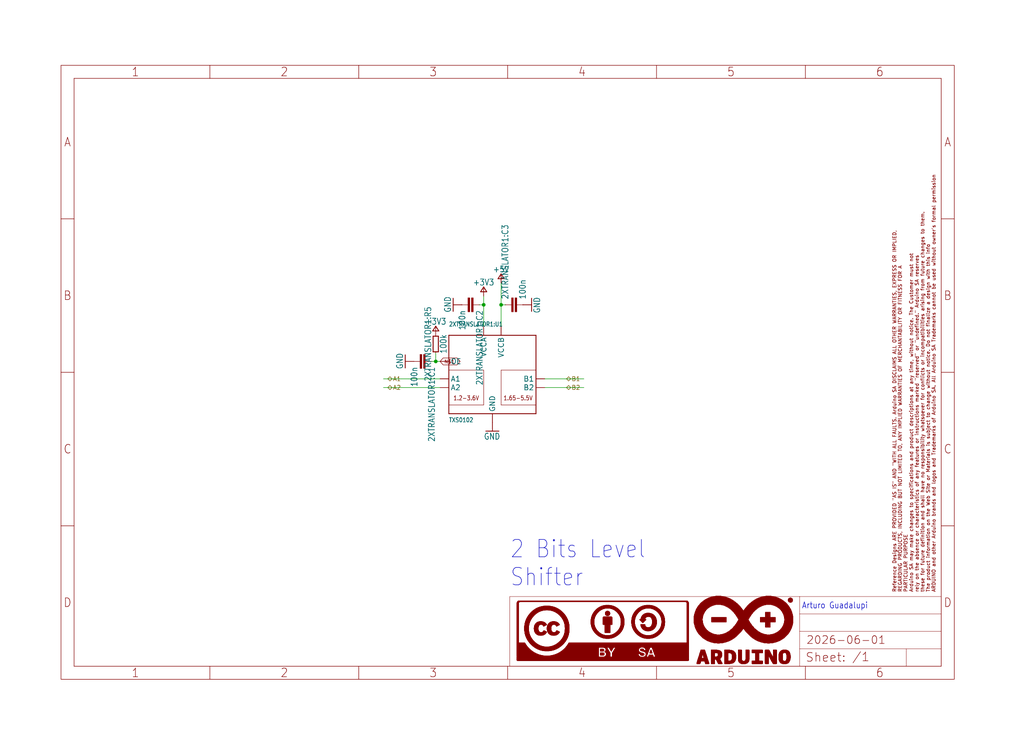
<source format=kicad_sch>
(kicad_sch (version 20250114) (generator "eeschema") (generator_version "9.0")
  (paper "User" 298.45 217.322)
  (lib_symbols
    (symbol "UNOWiFiREV2V4.0-eagle-import:+3V3" (power)
      (symbol "+3V3_1_0"
        (pin power_in line (at 0 -2.54 90) (length 2.54) (name "+3V3") (number "1"))
      )
    )
    (symbol "UNOWiFiREV2V4.0-eagle-import:+5V" (power)
      (symbol "+5V_1_0"
        (pin power_in line (at 0 -2.54 90) (length 2.54) (name "+5V") (number "1"))
      )
    )
    (symbol "UNOWiFiREV2V4.0-eagle-import:A4L-LOC"
      (symbol "A4L-LOC_1_0"
        (text "A" (at 1.905 156.6863 0) (effects (font (size 2.54 2.286))))
        (text "B" (at 1.905 111.9188 0) (effects (font (size 2.54 2.286))))
        (text "C" (at 1.905 67.1513 0) (effects (font (size 2.54 2.286))))
        (text "D" (at 1.905 22.3838 0) (effects (font (size 2.54 2.286))))
        (text "1" (at 21.6958 177.165 0) (effects (font (size 2.54 2.286))))
        (text "1" (at 21.6958 1.905 0) (effects (font (size 2.54 2.286))))
        (text "2" (at 65.0875 177.165 0) (effects (font (size 2.54 2.286))))
        (text "2" (at 65.0875 1.905 0) (effects (font (size 2.54 2.286))))
        (text "3" (at 108.4792 177.165 0) (effects (font (size 2.54 2.286))))
        (text "3" (at 108.4792 1.905 0) (effects (font (size 2.54 2.286))))
        (text "4" (at 151.8708 177.165 0) (effects (font (size 2.54 2.286))))
        (text "4" (at 151.8708 1.905 0) (effects (font (size 2.54 2.286))))
        (text "5" (at 195.2625 177.165 0) (effects (font (size 2.54 2.286))))
        (text "5" (at 195.2625 1.905 0) (effects (font (size 2.54 2.286))))
        (text "Sheet:" (at 216.916 4.953 0) (effects (font (size 2.54 2.54)) (justify left bottom)))
        (text "${PROJECTNAME}" (at 217.17 15.24 0) (effects (font (size 2.54 2.54)) (justify left bottom)))
        (text "${CURRENT_DATE}" (at 217.17 10.16 0) (effects (font (size 2.286 2.286)) (justify left bottom)))
        (text "${#}/${##}" (at 230.505 5.08 0) (effects (font (size 2.54 2.54)) (justify left bottom)))
        (text "6" (at 238.6542 177.165 0) (effects (font (size 2.54 2.286))))
        (text "6" (at 238.6542 1.905 0) (effects (font (size 2.54 2.286))))
        (text "Reference Designs ARE PROVIDED \"AS IS\" AND \"WITH ALL FAULTS. Arduino SA DISCLAIMS ALL OTHER WARRANTIES, EXPRESS OR IMPLIED,\nREGARDING PRODUCTS, INCLUDING BUT NOT LIMITED TO, ANY IMPLIED WARRANTIES OF MERCHANTABILITY OR FITNESS FOR A\nPARTICULAR PURPOSE\nArduino SA may make changes to specifications and product descriptions at any time, without notice. The Customer must not\nrely on the absence or characteristics of any features or instructions marked \"reserved\" or \"undefined.\" Arduino SA reserves\nthese for future definition and shall have no responsibility whatsoever for conflicts or incompatibilities arising from future changes to them.\nThe product information on the Web Site or Materials is subject to change without notice. Do not finalize a design with this info\nARDUINO and other Arduino brands and logos and Trademarks of Arduino SA. All Arduino SA Trademarks cannot be used without owner's formal permission" (at 254.96 25.415 900) (effects (font (size 1.016 1.016)) (justify left bottom)))
        (text "A" (at 258.445 156.6863 0) (effects (font (size 2.54 2.286))))
        (text "B" (at 258.445 111.9188 0) (effects (font (size 2.54 2.286))))
        (text "C" (at 258.445 67.1513 0) (effects (font (size 2.54 2.286))))
        (text "D" (at 258.445 22.3838 0) (effects (font (size 2.54 2.286))))
      )
    )
    (symbol "UNOWiFiREV2V4.0-eagle-import:C-0402"
      (property "Reference" "C" (at 1.524 1.651 0))
      (symbol "C-0402_1_0"
        (pin passive line (at 0 2.54 270) (length 0) (name "1") (number "1"))
        (pin passive line (at 0 -2.54 90) (length 0) (name "2") (number "2"))
      )
    )
    (symbol "UNOWiFiREV2V4.0-eagle-import:GND" (power)
      (symbol "GND_1_0"
        (pin power_in line (at 0 2.54 270) (length 2.54) (name "GND") (number "1"))
      )
    )
    (symbol "UNOWiFiREV2V4.0-eagle-import:R-0402"
      (property "Reference" "R" (at 0 1.27 0))
      (symbol "R-0402_1_0"
        (pin passive line (at -2.54 0 0) (length 0) (name "1") (number "1"))
        (pin passive line (at 2.54 0 180) (length 0) (name "2") (number "2"))
      )
    )
    (symbol "UNOWiFiREV2V4.0-eagle-import:TXS0102"
      (property "Reference" "U" (at -12.7 12.7 0))
      (symbol "TXS0102_1_0"
        (text "1.2-3.6V" (at -11.43 -8.89 0) (effects (font (size 1.27 1.0795)) (justify left bottom)))
        (text "1.65-5.5V" (at 3.175 -8.89 0) (effects (font (size 1.27 1.0795)) (justify left bottom)))
        (pin bidirectional line (at -15.24 2.54 0) (length 2.54) (name "OE") (number "P$6"))
        (pin bidirectional line (at -15.24 -2.54 0) (length 2.54) (name "A1") (number "P$5"))
        (pin bidirectional line (at -15.24 -5.08 0) (length 2.54) (name "A2") (number "P$4"))
        (pin bidirectional line (at -2.54 12.7 270) (length 2.54) (name "VCCA") (number "P$3"))
        (pin bidirectional line (at 0 -15.24 90) (length 2.54) (name "GND") (number "P$2"))
        (pin bidirectional line (at 2.54 12.7 270) (length 2.54) (name "VCCB") (number "P$7"))
        (pin bidirectional line (at 15.24 -2.54 180) (length 2.54) (name "B1") (number "P$8"))
        (pin bidirectional line (at 15.24 -5.08 180) (length 2.54) (name "B2") (number "P$1"))
      )
    )
  )
  (text "Arturo Guadalupi" (at 233.68 177.8 0) (effects (font (size 1.778 1.5113)) (justify left bottom)))
  (text "2 Bits Level\nShifter" (at 148.59 171.45 0) (effects (font (size 5.08 4.318)) (justify left bottom)))
  (junction (at 146.05 88.9))
  (junction (at 140.97 88.9))
  (junction (at 127 105.41))
  (wire (pts (xy 127 105.41) (xy 127 102.87)) (stroke (width 0.1524)))
  (wire (pts (xy 139.7 88.9) (xy 140.97 88.9)) (stroke (width 0.1524)))
  (wire (pts (xy 140.97 88.9) (xy 140.97 95.25)) (stroke (width 0.1524)))
  (wire (pts (xy 147.32 88.9) (xy 146.05 88.9)) (stroke (width 0.1524)))
  (wire (pts (xy 128.27 110.49) (xy 111.76 110.49)) (stroke (width 0.1524)))
  (wire (pts (xy 146.05 88.9) (xy 146.05 95.25)) (stroke (width 0.1524)))
  (wire (pts (xy 125.73 105.41) (xy 127 105.41)) (stroke (width 0.1524)))
  (wire (pts (xy 158.75 110.49) (xy 170.18 110.49)) (stroke (width 0.1524)))
  (wire (pts (xy 128.27 113.03) (xy 111.76 113.03)) (stroke (width 0.1524)))
  (wire (pts (xy 128.27 105.41) (xy 127 105.41)) (stroke (width 0.1524)))
  (wire (pts (xy 158.75 113.03) (xy 170.18 113.03)) (stroke (width 0.1524)))
  (wire (pts (xy 146.05 82.55) (xy 146.05 88.9)) (stroke (width 0.1524)))
  (wire (pts (xy 140.97 86.36) (xy 140.97 88.9)) (stroke (width 0.1524)))
  (global_label "N$1" (shape bidirectional) (at 128.27 105.41 0) (effects (font (size 1.016 1.016))) (property "Intersheetrefs" "${INTERSHEET_REFS}" (effects (hide yes))))
  (hierarchical_label "A2" (shape bidirectional) (at 113.03 113.03 0) (effects (font (size 1.2446 1.2446))))
  (hierarchical_label "A1" (shape bidirectional) (at 113.03 110.49 0) (effects (font (size 1.2446 1.2446))))
  (hierarchical_label "B1" (shape bidirectional) (at 165.1 110.49 0) (effects (font (size 1.2446 1.2446))))
  (hierarchical_label "B2" (shape bidirectional) (at 165.1 113.03 0) (effects (font (size 1.2446 1.2446))))
  (symbol (lib_id "UNOWiFiREV2V4.0-eagle-import:TXS0102") (at 143.51 107.95 0) (unit 1)
    (property "Reference" "2XTRANSLATOR1:U1" (at 130.81 95.25 0) (effects (font (size 1.27 1.0795)) (justify left bottom)))
    (property "Value" "TXS0102" (at 130.81 123.19 0) (effects (font (size 1.27 1.0795)) (justify left bottom)))
    (property "Footprint" "UNOWiFiREV2V4.0:VFSOP-8" (effects (hide yes)))
    (instances (project "" (path "" (reference "2XTRANSLATOR1:U1") (unit 1)) (path "" (reference "2XTRANSLATOR2:U1") (unit 1))))
  )
  (symbol (lib_id "UNOWiFiREV2V4.0-eagle-import:GND") (at 143.51 125.73 0) (unit 1)
    (property "Reference" "2XTRANSLATOR1:#GND1" (effects (hide yes)))
    (property "Value" "GND" (at 140.97 128.27 0) (effects (font (size 1.778 1.5113)) (justify left bottom)))
    (instances (project "" (path "" (reference "2XTRANSLATOR1:#GND1") (unit 1)) (path "" (reference "2XTRANSLATOR2:#GND1") (unit 1))))
  )
  (symbol (lib_id "UNOWiFiREV2V4.0-eagle-import:+3V3") (at 140.97 83.82 0) (mirror y) (unit 1)
    (property "Reference" "2XTRANSLATOR1:#+3V5" (effects (hide yes)))
    (property "Value" "+3V3" (at 140.97 83.312 0) (effects (font (size 1.778 1.5113)) (justify bottom)))
    (instances (project "" (path "" (reference "2XTRANSLATOR1:#+3V5") (unit 1)) (path "" (reference "2XTRANSLATOR2:#+3V5") (unit 1))))
  )
  (symbol (lib_id "UNOWiFiREV2V4.0-eagle-import:R-0402") (at 127 100.33 90) (unit 1)
    (property "Reference" "2XTRANSLATOR1:R5" (at 125.73 100.33 0) (effects (font (size 1.778 1.5113)) (justify bottom)))
    (property "Value" "100k" (at 128.27 100.33 0) (effects (font (size 1.778 1.5113)) (justify top)))
    (property "Footprint" "UNOWiFiREV2V4.0:0402-1005X55N" (effects (hide yes)))
    (instances (project "" (path "" (reference "2XTRANSLATOR1:R5") (unit 1)) (path "" (reference "2XTRANSLATOR2:R5") (unit 1))))
  )
  (symbol (lib_id "UNOWiFiREV2V4.0-eagle-import:+5V") (at 146.05 80.01 0) (unit 1)
    (property "Reference" "2XTRANSLATOR1:#P+3" (effects (hide yes)))
    (property "Value" "+5V" (at 146.05 79.502 0) (effects (font (size 1.778 1.5113)) (justify bottom)))
    (instances (project "" (path "" (reference "2XTRANSLATOR1:#P+3") (unit 1)) (path "" (reference "2XTRANSLATOR2:#P+3") (unit 1))))
  )
  (symbol (lib_id "UNOWiFiREV2V4.0-eagle-import:GND") (at 154.94 88.9 90) (unit 1)
    (property "Reference" "2XTRANSLATOR1:#GND4" (effects (hide yes)))
    (property "Value" "GND" (at 157.48 91.44 0) (effects (font (size 1.778 1.5113)) (justify left bottom)))
    (instances (project "" (path "" (reference "2XTRANSLATOR1:#GND4") (unit 1)) (path "" (reference "2XTRANSLATOR2:#GND4") (unit 1))))
  )
  (symbol (lib_id "UNOWiFiREV2V4.0-eagle-import:A4L-LOC") (at 17.78 198.12 0) (unit 1)
    (property "Reference" "2XTRANSLATOR1:FRAME1" (effects (hide yes)))
    (property "Value" "DNP" (effects (hide yes)))
    (property "Footprint" "UNOWiFiREV2V4.0:FRAME" (effects (hide yes)))
    (instances (project "" (path "" (reference "2XTRANSLATOR1:FRAME1") (unit 1)) (path "" (reference "2XTRANSLATOR2:FRAME1") (unit 1))))
  )
  (symbol (lib_id "UNOWiFiREV2V4.0-eagle-import:C-0402") (at 123.19 105.41 270) (unit 1)
    (property "Reference" "2XTRANSLATOR1:C1" (at 124.841 106.934 0) (effects (font (size 1.778 1.5113)) (justify left bottom)))
    (property "Value" "100n" (at 119.761 106.934 0) (effects (font (size 1.778 1.5113)) (justify left bottom)))
    (property "Footprint" "UNOWiFiREV2V4.0:0402-1005X55N" (effects (hide yes)))
    (instances (project "" (path "" (reference "2XTRANSLATOR1:C1") (unit 1)) (path "" (reference "2XTRANSLATOR2:C1") (unit 1))))
  )
  (symbol (lib_id "UNOWiFiREV2V4.0-eagle-import:+3V3") (at 127 95.25 0) (mirror y) (unit 1)
    (property "Reference" "2XTRANSLATOR1:#+3V6" (effects (hide yes)))
    (property "Value" "+3V3" (at 127 94.742 0) (effects (font (size 1.778 1.5113)) (justify bottom)))
    (instances (project "" (path "" (reference "2XTRANSLATOR1:#+3V6") (unit 1)) (path "" (reference "2XTRANSLATOR2:#+3V6") (unit 1))))
  )
  (symbol (lib_id "UNOWiFiREV2V4.0-eagle-import:GND") (at 118.11 105.41 270) (unit 1)
    (property "Reference" "2XTRANSLATOR1:#GND2" (effects (hide yes)))
    (property "Value" "GND" (at 115.57 102.87 0) (effects (font (size 1.778 1.5113)) (justify left bottom)))
    (instances (project "" (path "" (reference "2XTRANSLATOR1:#GND2") (unit 1)) (path "" (reference "2XTRANSLATOR2:#GND2") (unit 1))))
  )
  (symbol (lib_id "UNOWiFiREV2V4.0-eagle-import:C-0402") (at 137.16 88.9 270) (unit 1)
    (property "Reference" "2XTRANSLATOR1:C2" (at 138.811 90.424 0) (effects (font (size 1.778 1.5113)) (justify left bottom)))
    (property "Value" "100n" (at 133.731 90.424 0) (effects (font (size 1.778 1.5113)) (justify left bottom)))
    (property "Footprint" "UNOWiFiREV2V4.0:0402-1005X55N" (effects (hide yes)))
    (instances (project "" (path "" (reference "2XTRANSLATOR1:C2") (unit 1)) (path "" (reference "2XTRANSLATOR2:C2") (unit 1))))
  )
  (symbol (lib_id "UNOWiFiREV2V4.0-eagle-import:C-0402") (at 149.86 88.9 90) (unit 1)
    (property "Reference" "2XTRANSLATOR1:C3" (at 148.209 87.376 0) (effects (font (size 1.778 1.5113)) (justify left bottom)))
    (property "Value" "100n" (at 153.289 87.376 0) (effects (font (size 1.778 1.5113)) (justify left bottom)))
    (property "Footprint" "UNOWiFiREV2V4.0:0402-1005X55N" (effects (hide yes)))
    (instances (project "" (path "" (reference "2XTRANSLATOR1:C3") (unit 1)) (path "" (reference "2XTRANSLATOR2:C3") (unit 1))))
  )
  (symbol (lib_id "UNOWiFiREV2V4.0-eagle-import:GND") (at 132.08 88.9 270) (unit 1)
    (property "Reference" "2XTRANSLATOR1:#GND3" (effects (hide yes)))
    (property "Value" "GND" (at 129.54 86.36 0) (effects (font (size 1.778 1.5113)) (justify left bottom)))
    (instances (project "" (path "" (reference "2XTRANSLATOR1:#GND3") (unit 1)) (path "" (reference "2XTRANSLATOR2:#GND3") (unit 1))))
  )
)
</source>
